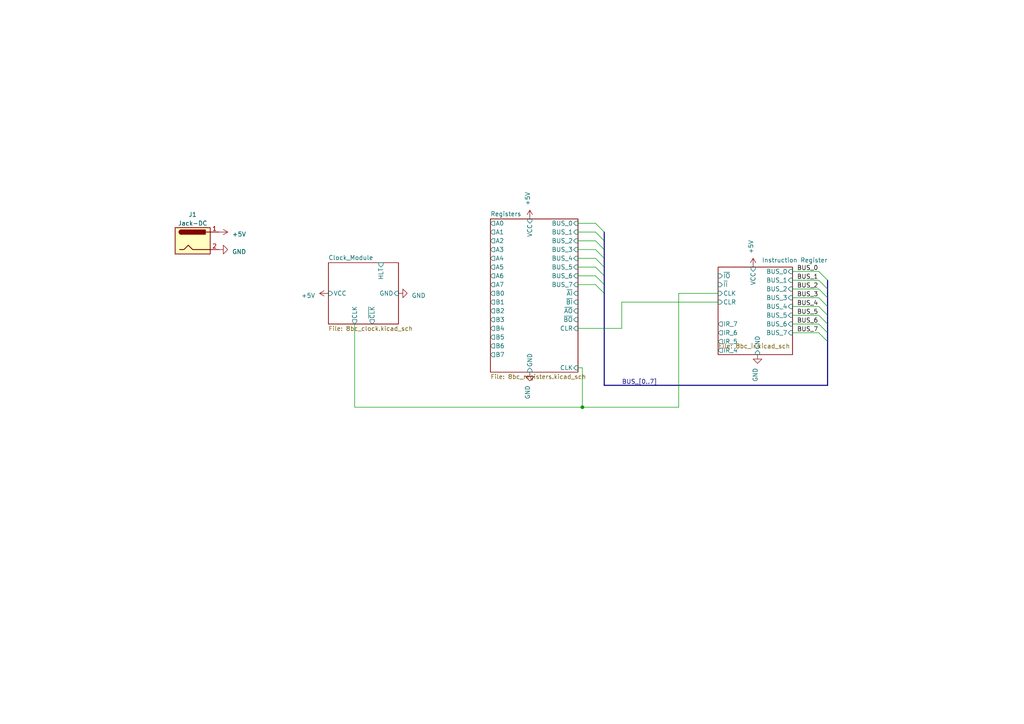
<source format=kicad_sch>
(kicad_sch (version 20230121) (generator eeschema)
  (paper "A4")
  (lib_symbols
    (symbol "Connector:Jack-DC" (pin_names (offset 1.016))
      (property "Reference" "J1" (at 0 7.62 0))
      (property "Value" "Jack-DC" (at 0 5.08 0))
      (symbol "Jack-DC_0_1"
        (rectangle (start -5.08 3.81) (end 5.08 -3.81) (stroke (width 0.254)) (fill (type background)))
        (arc (start -3.302 3.175) (mid -3.9343 2.54) (end -3.302 1.905) (stroke (width 0.254)))
        (arc (start -3.302 3.175) (mid -3.9343 2.54) (end -3.302 1.905) (stroke (width 0.254)) (fill (type outline)))
        (polyline (pts (xy 5.08 2.54) (xy 3.81 2.54)) (stroke (width 0.254)))
        (polyline (pts (xy -3.81 -2.54) (xy -2.54 -2.54) (xy -1.27 -1.27) (xy 0 -2.54) (xy 2.54 -2.54) (xy 5.08 -2.54)) (stroke (width 0.254)))
        (rectangle (start 3.683 3.175) (end -3.302 1.905) (stroke (width 0.254)) (fill (type outline)))
      )
      (symbol "Jack-DC_1_1"
        (pin power_in line (at 7.62 2.54 180) (length 2.54) (name "~") (number "1"))
        (pin power_in line (at 7.62 -2.54 180) (length 2.54) (name "~") (number "2"))
      )
    )
    (symbol "power:+5V" (power) (pin_names (offset 0))
      (property "Value" "+5V" (at 0 3.556 0))
      (symbol "+5V_0_1"
        (polyline (pts (xy -0.762 1.27) (xy 0 2.54)))
        (polyline (pts (xy 0 0) (xy 0 2.54)))
        (polyline (pts (xy 0 2.54) (xy 0.762 1.27)))
      )
      (symbol "+5V_1_1"
        (pin power_in line (at 0 0 90) (length 0) hide (name "+5V") (number "1"))
      )
    )
    (symbol "power:GND" (power) (pin_names (offset 0))
      (property "Value" "GND" (at 0 -3.81 0))
      (symbol "GND_0_1"
        (polyline (pts (xy 0 0) (xy 0 -1.27) (xy 1.27 -1.27) (xy 0 -2.54) (xy -1.27 -1.27) (xy 0 -1.27)))
      )
      (symbol "GND_1_1"
        (pin power_in line (at 0 0 270) (length 0) hide (name "GND") (number "1"))
      )
    )
  )
  (junction (at 168.91 118.11))
  (bus_entry (at 237.49 93.98) (size 2.54 2.54))
  (bus_entry (at 172.72 69.85) (size 2.54 2.54))
  (bus_entry (at 172.72 64.77) (size 2.54 2.54))
  (bus_entry (at 237.49 81.28) (size 2.54 2.54))
  (bus_entry (at 172.72 82.55) (size 2.54 2.54))
  (bus_entry (at 172.72 67.31) (size 2.54 2.54))
  (bus_entry (at 172.72 80.01) (size 2.54 2.54))
  (bus_entry (at 237.49 96.52) (size 2.54 2.54))
  (bus_entry (at 237.49 88.9) (size 2.54 2.54))
  (bus_entry (at 172.72 74.93) (size 2.54 2.54))
  (bus_entry (at 237.49 86.36) (size 2.54 2.54))
  (bus_entry (at 172.72 72.39) (size 2.54 2.54))
  (bus_entry (at 237.49 78.74) (size 2.54 2.54))
  (bus_entry (at 237.49 83.82) (size 2.54 2.54))
  (bus_entry (at 172.72 77.47) (size 2.54 2.54))
  (bus_entry (at 237.49 91.44) (size 2.54 2.54))
  (wire (pts (xy 237.49 78.74) (xy 229.87 78.74)))
  (bus (pts (xy 175.26 74.93) (xy 175.26 77.47)))
  (wire (pts (xy 208.28 87.63) (xy 180.34 87.63)))
  (bus (pts (xy 175.26 69.85) (xy 175.26 72.39)))
  (wire (pts (xy 167.64 67.31) (xy 172.72 67.31)))
  (wire (pts (xy 167.64 74.93) (xy 172.72 74.93)))
  (wire (pts (xy 167.64 80.01) (xy 172.72 80.01)))
  (wire (pts (xy 237.49 96.52) (xy 229.87 96.52)))
  (wire (pts (xy 167.64 106.68) (xy 168.91 106.68)))
  (bus (pts (xy 240.03 91.44) (xy 240.03 93.98)))
  (bus (pts (xy 240.03 81.28) (xy 240.03 83.82)))
  (bus (pts (xy 175.26 67.31) (xy 175.26 69.85)))
  (bus (pts (xy 175.26 80.01) (xy 175.26 82.55)))
  (wire (pts (xy 237.49 86.36) (xy 229.87 86.36)))
  (bus (pts (xy 240.03 96.52) (xy 240.03 99.06)))
  (wire (pts (xy 237.49 81.28) (xy 229.87 81.28)))
  (bus (pts (xy 175.26 82.55) (xy 175.26 85.09)))
  (wire (pts (xy 180.34 95.25) (xy 167.64 95.25)))
  (wire (pts (xy 102.87 93.98) (xy 102.87 118.11)))
  (bus (pts (xy 240.03 88.9) (xy 240.03 91.44)))
  (wire (pts (xy 168.91 118.11) (xy 102.87 118.11)))
  (bus (pts (xy 175.26 111.76) (xy 240.03 111.76)))
  (wire (pts (xy 237.49 83.82) (xy 229.87 83.82)))
  (wire (pts (xy 167.64 69.85) (xy 172.72 69.85)))
  (bus (pts (xy 240.03 86.36) (xy 240.03 88.9)))
  (bus (pts (xy 240.03 111.76) (xy 240.03 99.06)))
  (wire (pts (xy 167.64 82.55) (xy 172.72 82.55)))
  (wire (pts (xy 196.85 85.09) (xy 196.85 118.11)))
  (wire (pts (xy 196.85 118.11) (xy 168.91 118.11)))
  (wire (pts (xy 208.28 85.09) (xy 196.85 85.09)))
  (wire (pts (xy 237.49 91.44) (xy 229.87 91.44)))
  (bus (pts (xy 175.26 77.47) (xy 175.26 80.01)))
  (wire (pts (xy 180.34 87.63) (xy 180.34 95.25)))
  (wire (pts (xy 168.91 106.68) (xy 168.91 118.11)))
  (bus (pts (xy 240.03 83.82) (xy 240.03 86.36)))
  (wire (pts (xy 167.64 72.39) (xy 172.72 72.39)))
  (wire (pts (xy 237.49 88.9) (xy 229.87 88.9)))
  (wire (pts (xy 167.64 77.47) (xy 172.72 77.47)))
  (wire (pts (xy 237.49 93.98) (xy 229.87 93.98)))
  (bus (pts (xy 240.03 93.98) (xy 240.03 96.52)))
  (bus (pts (xy 175.26 72.39) (xy 175.26 74.93)))
  (wire (pts (xy 167.64 64.77) (xy 172.72 64.77)))
  (bus (pts (xy 175.26 85.09) (xy 175.26 111.76)))
  (label "BUS_7" (at 231.14 96.52 0))
  (label "BUS_4" (at 231.14 88.9 0))
  (label "BUS_2" (at 231.14 83.82 0))
  (label "BUS_6" (at 231.14 93.98 0))
  (label "BUS_0" (at 231.14 78.74 0))
  (label "BUS_5" (at 231.14 91.44 0))
  (label "BUS_1" (at 231.14 81.28 0))
  (label "BUS_[0..7]" (at 180.34 111.76 0))
  (label "BUS_3" (at 231.14 86.36 0))
  (symbol (lib_id "power:+5V") (at 153.67 63.5 0) (unit 1)
    (property "Reference" "#PWR05" (effects hide))
    (property "Value" "+5V" (at 153.035 59.69 90) (effects (justify left)))
  )
  (symbol (lib_id "power:+5V") (at 63.5 67.31 270) (unit 1)
    (property "Reference" "#PWR01" (effects hide))
    (property "Value" "+5V" (at 67.31 67.945 90) (effects (justify left)))
  )
  (symbol (lib_id "power:GND") (at 219.71 102.87 0) (unit 1)
    (property "Reference" "#PWR08" (effects hide))
    (property "Value" "GND" (at 219.075 106.68 90) (effects (justify right)))
  )
  (symbol (lib_id "power:GND") (at 63.5 72.39 90) (unit 1)
    (property "Reference" "#PWR02" (effects hide))
    (property "Value" "GND" (at 67.31 73.025 90) (effects (justify right)))
  )
  (symbol (lib_id "power:+5V") (at 218.44 77.47 0) (unit 1)
    (property "Reference" "#PWR07" (effects hide))
    (property "Value" "+5V" (at 217.805 73.66 90) (effects (justify left)))
  )
  (symbol (lib_id "power:GND") (at 115.57 85.09 90) (unit 1)
    (property "Reference" "#PWR04" (effects hide))
    (property "Value" "GND" (at 119.38 85.725 90) (effects (justify right)))
  )
  (symbol (lib_id "Connector:Jack-DC") (at 55.88 69.85 0) (unit 1)
    (property "Reference" "J1" (at 55.88 62.23 0))
    (property "Value" "Jack-DC" (at 55.88 64.77 0))
  )
  (symbol (lib_id "power:GND") (at 153.67 107.95 0) (unit 1)
    (property "Reference" "#PWR06" (effects hide))
    (property "Value" "GND" (at 153.035 111.76 90) (effects (justify right)))
  )
  (symbol (lib_id "power:+5V") (at 95.25 85.09 90) (unit 1)
    (property "Reference" "#PWR03" (effects hide))
    (property "Value" "+5V" (at 91.44 85.725 90) (effects (justify left)))
  )
  (sheet (at 95.25 76.2) (size 20.32 17.78) (stroke (width 0.1524))
    (property "Sheetname" "Clock_Module" (at 95.25 75.4884 0) (effects (justify left bottom)))
    (property "Sheetfile" "8bc_clock.kicad_sch" (at 95.25 94.5646 0) (effects (justify left top)))
    (pin "HLT" input (at 110.49 76.2 90))
    (pin "CLK" output (at 102.87 93.98 270))
    (pin "~{CLK}" output (at 107.95 93.98 270))
    (pin "GND" input (at 115.57 85.09 0))
    (pin "VCC" input (at 95.25 85.09 180))
  )
  (sheet (at 142.24 63.5) (size 25.4 44.45) (stroke (width 0.1524))
    (property "Sheetname" "Registers" (at 142.24 62.7884 0) (effects (justify left bottom)))
    (property "Sheetfile" "8bc_registers.kicad_sch" (at 142.24 108.5346 0) (effects (justify left top)))
    (pin "VCC" input (at 153.67 63.5 90))
    (pin "CLK" input (at 167.64 106.68 0))
    (pin "GND" input (at 153.67 107.95 270))
    (pin "~{BI}" input (at 167.64 87.63 0))
    (pin "CLR" input (at 167.64 95.25 0))
    (pin "B1" output (at 142.24 87.63 180))
    (pin "B2" output (at 142.24 90.17 180))
    (pin "B3" output (at 142.24 92.71 180))
    (pin "B4" output (at 142.24 95.25 180))
    (pin "B5" output (at 142.24 97.79 180))
    (pin "B6" output (at 142.24 100.33 180))
    (pin "B7" output (at 142.24 102.87 180))
    (pin "~{BO}" input (at 167.64 92.71 0))
    (pin "~{AO}" input (at 167.64 90.17 0))
    (pin "A4" output (at 142.24 74.93 180))
    (pin "A5" output (at 142.24 77.47 180))
    (pin "A6" output (at 142.24 80.01 180))
    (pin "A7" output (at 142.24 82.55 180))
    (pin "BUS_0" input (at 167.64 64.77 0))
    (pin "BUS_1" input (at 167.64 67.31 0))
    (pin "BUS_2" input (at 167.64 69.85 0))
    (pin "BUS_3" input (at 167.64 72.39 0))
    (pin "BUS_4" input (at 167.64 74.93 0))
    (pin "BUS_5" input (at 167.64 77.47 0))
    (pin "BUS_6" input (at 167.64 80.01 0))
    (pin "BUS_7" input (at 167.64 82.55 0))
    (pin "A3" output (at 142.24 72.39 180))
    (pin "A0" output (at 142.24 64.77 180))
    (pin "A1" output (at 142.24 67.31 180))
    (pin "A2" output (at 142.24 69.85 180))
    (pin "~{AI}" input (at 167.64 85.09 0))
    (pin "B0" output (at 142.24 85.09 180))
  )
  (sheet (at 208.28 77.47) (size 21.59 25.4) (stroke (width 0.1524))
    (property "Sheetname" "Instruction Register" (at 220.98 76.2 0) (effects (justify left bottom)))
    (property "Sheetfile" "8bc_ir.kicad_sch" (at 208.28 99.6446 0) (effects (justify left top)))
    (pin "GND" input (at 219.71 102.87 270))
    (pin "~{IO}" input (at 208.28 80.01 180))
    (pin "VCC" input (at 218.44 77.47 90))
    (pin "~{II}" input (at 208.28 82.55 180))
    (pin "CLK" input (at 208.28 85.09 180))
    (pin "CLR" input (at 208.28 87.63 180))
    (pin "IR_4" output (at 208.28 101.6 180))
    (pin "IR_5" output (at 208.28 99.06 180))
    (pin "IR_6" output (at 208.28 96.52 180))
    (pin "IR_7" output (at 208.28 93.98 180))
    (pin "BUS_7" input (at 229.87 96.52 0))
    (pin "BUS_0" input (at 229.87 78.74 0))
    (pin "BUS_3" input (at 229.87 86.36 0))
    (pin "BUS_1" input (at 229.87 81.28 0))
    (pin "BUS_6" input (at 229.87 93.98 0))
    (pin "BUS_5" input (at 229.87 91.44 0))
    (pin "BUS_2" input (at 229.87 83.82 0))
    (pin "BUS_4" input (at 229.87 88.9 0))
  )
)
</source>
